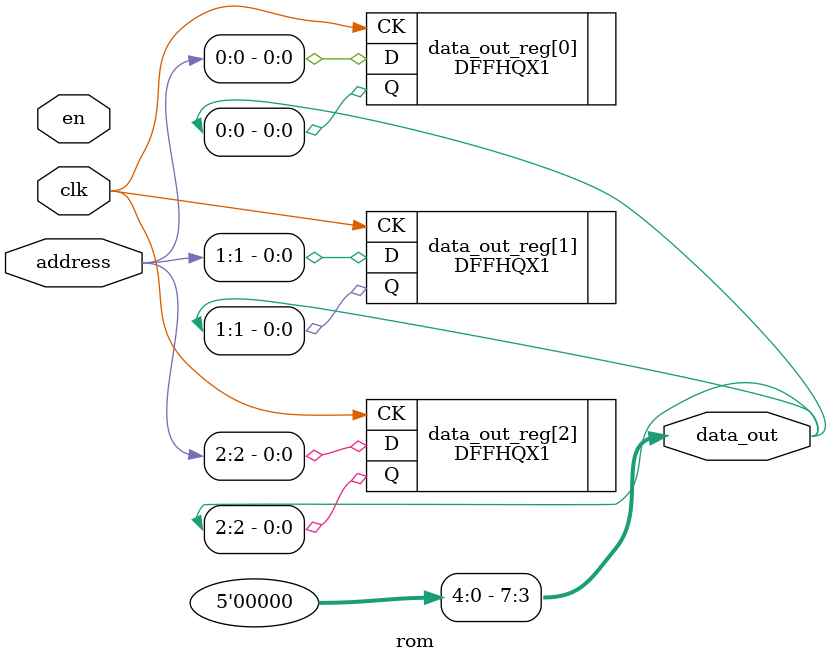
<source format=v>


// Verification Directory fv/rom 

module rom(clk, en, data_out, address);
  input clk, en;
  input [2:0] address;
  output [7:0] data_out;
  wire clk, en;
  wire [2:0] address;
  wire [7:0] data_out;
  assign data_out[3] = 1'b0;
  assign data_out[4] = 1'b0;
  assign data_out[5] = 1'b0;
  assign data_out[6] = 1'b0;
  assign data_out[7] = 1'b0;
  DFFHQX1 \data_out_reg[2] (.CK (clk), .D (address[2]), .Q
       (data_out[2]));
  DFFHQX1 \data_out_reg[0] (.CK (clk), .D (address[0]), .Q
       (data_out[0]));
  DFFHQX1 \data_out_reg[1] (.CK (clk), .D (address[1]), .Q
       (data_out[1]));
endmodule


</source>
